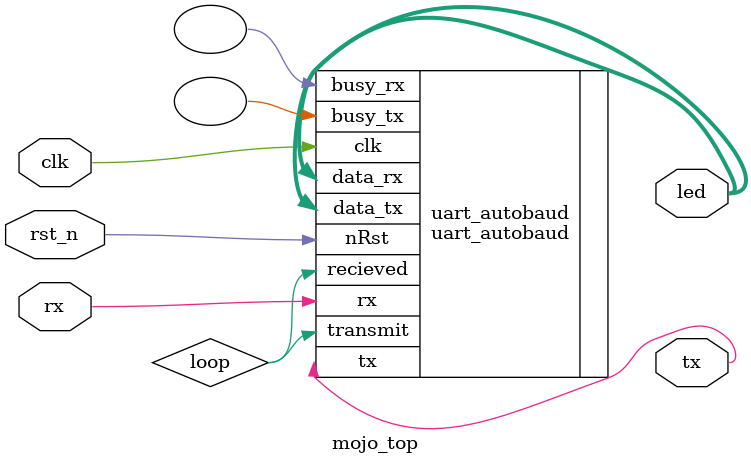
<source format=v>
module mojo_top(
    input clk,
    input rst_n,
	 input rx,
    output [7:0]led,
	 output	tx
);


wire loop;

///////////////////////////////////////////////////
// Points to top module of perceptron code

///////////////////////////////////////////////////

uart_autobaud uart_autobaud(
   .clk        (clk),
    .nRst 		(rst_n),
   .transmit     (loop),   // Raise to trasm
   .data_tx       (led),    // Transmit this
   .rx		(rx),
   .busy_tx		(),
   .busy_rx   (),
   .recieved		(loop),   // Raised when byte recieved, zero when getting
   .data_rx   (led),    // This is recieved
   .tx  (tx)
);

endmodule

</source>
